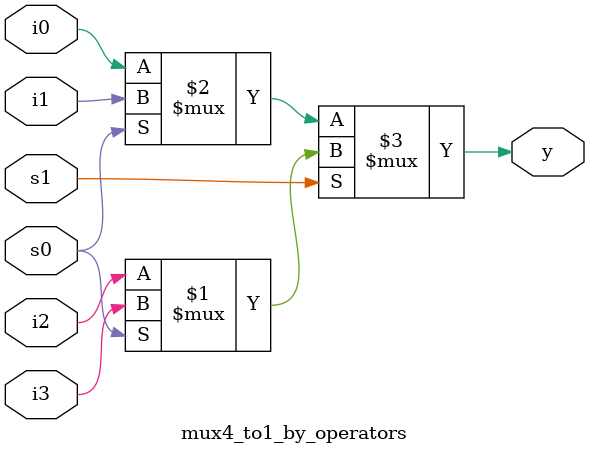
<source format=v>
`timescale 1ns/1ps


module mux4_to1_by_operators (
    input   s0,                 // Selection port
    input   s1,                 
    input   i0,                 // Input port
    input   i1,
    input   i2,
    input   i3,
    output  y                  // Output port
);


// USe nested conditional operator

assign y  = s1 ? (s0 ? i3 : i2) :
                 (s0 ? i1 : i0) ;


    
endmodule
</source>
